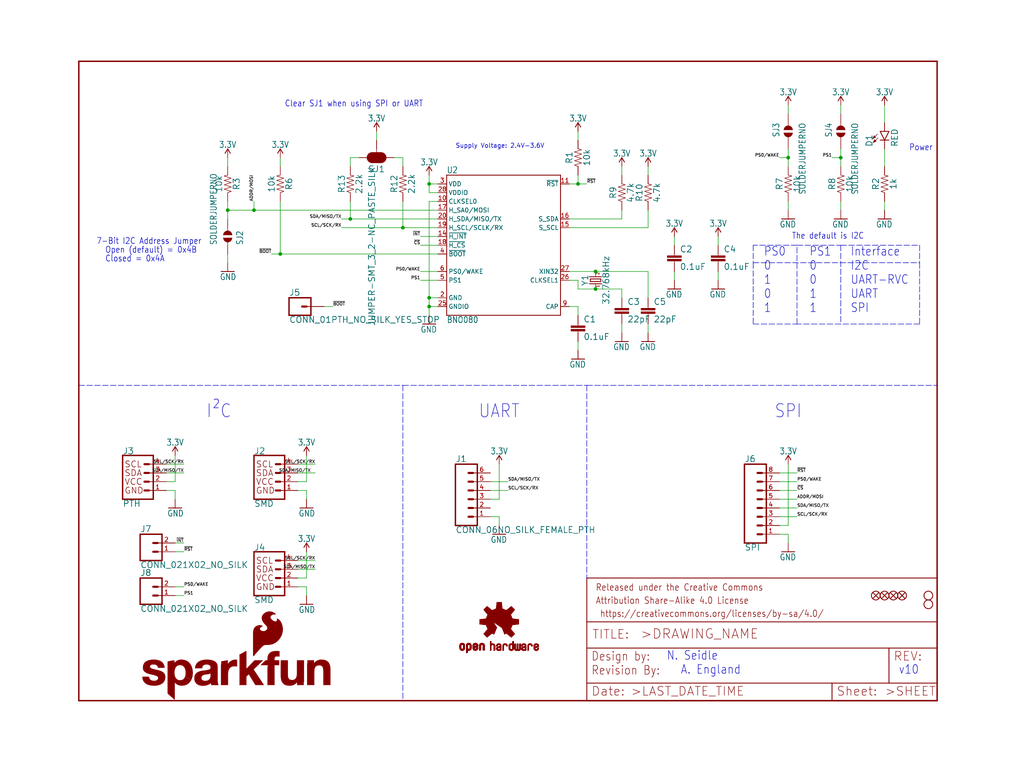
<source format=kicad_sch>
(kicad_sch (version 20211123) (generator eeschema)
  (paper "User" 297.002 223.926)
  (lib_symbols
    (symbol "schematicEagle-eagle-import:0.1UF-0603-25V-(+80{slash}-20%)"
      (property "Reference" "C" (at 1.524 2.921 0))
      (property "Value" "0.1UF-0603-25V-(+80{slash}-20%)" (at 1.524 -2.159 0))
      (symbol "0.1UF-0603-25V-(+80{slash}-20%)_1_0"
        (pin passive line (at 0 5.08 270) (length 2.54) (name "1") (number "1"))
        (pin passive line (at 0 -2.54 90) (length 2.54) (name "2") (number "2"))
      )
    )
    (symbol "schematicEagle-eagle-import:10KOHM-0603-1{slash}10W-1%"
      (property "Reference" "R" (at 0 1.524 0))
      (property "Value" "10KOHM-0603-1{slash}10W-1%" (at 0 -1.524 0))
      (symbol "10KOHM-0603-1{slash}10W-1%_1_0"
        (pin passive line (at -5.08 0 0) (length 2.54) (name "1") (number "1"))
        (pin passive line (at 5.08 0 180) (length 2.54) (name "2") (number "2"))
      )
    )
    (symbol "schematicEagle-eagle-import:1KOHM-0603-1{slash}10W-1%"
      (property "Reference" "R" (at 0 1.524 0))
      (property "Value" "1KOHM-0603-1{slash}10W-1%" (at 0 -1.524 0))
      (symbol "1KOHM-0603-1{slash}10W-1%_1_0"
        (pin passive line (at -5.08 0 0) (length 2.54) (name "1") (number "1"))
        (pin passive line (at 5.08 0 180) (length 2.54) (name "2") (number "2"))
      )
    )
    (symbol "schematicEagle-eagle-import:2.2KOHM-0603-1{slash}10W-1%"
      (property "Reference" "R" (at 0 1.524 0))
      (property "Value" "2.2KOHM-0603-1{slash}10W-1%" (at 0 -1.524 0))
      (symbol "2.2KOHM-0603-1{slash}10W-1%_1_0"
        (pin passive line (at -5.08 0 0) (length 2.54) (name "1") (number "1"))
        (pin passive line (at 5.08 0 180) (length 2.54) (name "2") (number "2"))
      )
    )
    (symbol "schematicEagle-eagle-import:22PF-0603-50V-5%"
      (property "Reference" "C" (at 1.524 2.921 0))
      (property "Value" "22PF-0603-50V-5%" (at 1.524 -2.159 0))
      (symbol "22PF-0603-50V-5%_1_0"
        (pin passive line (at 0 5.08 270) (length 2.54) (name "1") (number "1"))
        (pin passive line (at 0 -2.54 90) (length 2.54) (name "2") (number "2"))
      )
    )
    (symbol "schematicEagle-eagle-import:3.3V" (power)
      (property "Value" "3.3V" (at 0 2.794 0))
      (symbol "3.3V_1_0"
        (pin power_in line (at 0 0 90) (length 2.54) (name "3.3V") (number "1"))
      )
    )
    (symbol "schematicEagle-eagle-import:4.7KOHM-0603-1{slash}10W-1%"
      (property "Reference" "R" (at 0 1.524 0))
      (property "Value" "4.7KOHM-0603-1{slash}10W-1%" (at 0 -1.524 0))
      (symbol "4.7KOHM-0603-1{slash}10W-1%_1_0"
        (pin passive line (at -5.08 0 0) (length 2.54) (name "1") (number "1"))
        (pin passive line (at 5.08 0 180) (length 2.54) (name "2") (number "2"))
      )
    )
    (symbol "schematicEagle-eagle-import:BNO080"
      (property "Reference" "U" (at -17.78 20.828 0))
      (property "Value" "BNO080" (at -17.78 -22.606 0))
      (symbol "BNO080_1_0"
        (pin bidirectional line (at -20.32 12.7 0) (length 2.54) (name "CLKSEL0") (number "10"))
        (pin bidirectional line (at 17.78 17.78 180) (length 2.54) (name "~{RST}") (number "11"))
        (pin bidirectional line (at -20.32 2.54 0) (length 2.54) (name "~{H_INT}") (number "14"))
        (pin bidirectional line (at 17.78 5.08 180) (length 2.54) (name "S_SCL") (number "15"))
        (pin bidirectional line (at 17.78 7.62 180) (length 2.54) (name "S_SDA") (number "16"))
        (pin bidirectional line (at -20.32 10.16 0) (length 2.54) (name "H_SA0/MOSI") (number "17"))
        (pin bidirectional line (at -20.32 0 0) (length 2.54) (name "~{H_CS}") (number "18"))
        (pin bidirectional line (at -20.32 5.08 0) (length 2.54) (name "H_SCL/SCLK/RX") (number "19"))
        (pin bidirectional line (at -20.32 -15.24 0) (length 2.54) (name "GND") (number "2"))
        (pin bidirectional line (at -20.32 7.62 0) (length 2.54) (name "H_SDA/MISO/TX") (number "20"))
        (pin bidirectional line (at -20.32 -17.78 0) (length 2.54) (name "GNDIO") (number "25"))
        (pin bidirectional line (at 17.78 -10.16 180) (length 2.54) (name "CLKSEL1") (number "26"))
        (pin bidirectional line (at 17.78 -7.62 180) (length 2.54) (name "XIN32") (number "27"))
        (pin bidirectional line (at -20.32 15.24 0) (length 2.54) (name "VDDIO") (number "28"))
        (pin bidirectional line (at -20.32 17.78 0) (length 2.54) (name "VDD") (number "3"))
        (pin bidirectional line (at -20.32 -2.54 0) (length 2.54) (name "~{BOOT}") (number "4"))
        (pin bidirectional line (at -20.32 -10.16 0) (length 2.54) (name "PS1") (number "5"))
        (pin bidirectional line (at -20.32 -7.62 0) (length 2.54) (name "PS0/WAKE") (number "6"))
        (pin bidirectional line (at 17.78 -17.78 180) (length 2.54) (name "CAP") (number "9"))
      )
    )
    (symbol "schematicEagle-eagle-import:CONN_01PTH_NO_SILK_YES_STOP"
      (property "Reference" "J" (at -2.54 3.048 0))
      (property "Value" "CONN_01PTH_NO_SILK_YES_STOP" (at -2.54 -4.826 0))
      (symbol "CONN_01PTH_NO_SILK_YES_STOP_1_0"
        (pin passive line (at 7.62 0 180) (length 5.08) (name "1") (number "1"))
      )
    )
    (symbol "schematicEagle-eagle-import:CONN_021X02_NO_SILK"
      (property "Reference" "J" (at -2.54 5.588 0))
      (property "Value" "CONN_021X02_NO_SILK" (at -2.54 -4.826 0))
      (symbol "CONN_021X02_NO_SILK_1_0"
        (pin passive line (at 7.62 0 180) (length 5.08) (name "1") (number "1"))
        (pin passive line (at 7.62 2.54 180) (length 5.08) (name "2") (number "2"))
      )
    )
    (symbol "schematicEagle-eagle-import:CONN_06NO_SILK_FEMALE_PTH"
      (property "Reference" "J" (at -5.08 10.668 0))
      (property "Value" "CONN_06NO_SILK_FEMALE_PTH" (at -5.08 -9.906 0))
      (symbol "CONN_06NO_SILK_FEMALE_PTH_1_0"
        (pin passive line (at 5.08 -5.08 180) (length 5.08) (name "1") (number "1"))
        (pin passive line (at 5.08 -2.54 180) (length 5.08) (name "2") (number "2"))
        (pin passive line (at 5.08 0 180) (length 5.08) (name "3") (number "3"))
        (pin passive line (at 5.08 2.54 180) (length 5.08) (name "4") (number "4"))
        (pin passive line (at 5.08 5.08 180) (length 5.08) (name "5") (number "5"))
        (pin passive line (at 5.08 7.62 180) (length 5.08) (name "6") (number "6"))
      )
    )
    (symbol "schematicEagle-eagle-import:CONN_08NO_SILK_FEMALE_PTH"
      (property "Reference" "J" (at -5.08 13.208 0))
      (property "Value" "CONN_08NO_SILK_FEMALE_PTH" (at -5.08 -12.446 0))
      (symbol "CONN_08NO_SILK_FEMALE_PTH_1_0"
        (pin passive line (at 5.08 -7.62 180) (length 5.08) (name "1") (number "1"))
        (pin passive line (at 5.08 -5.08 180) (length 5.08) (name "2") (number "2"))
        (pin passive line (at 5.08 -2.54 180) (length 5.08) (name "3") (number "3"))
        (pin passive line (at 5.08 0 180) (length 5.08) (name "4") (number "4"))
        (pin passive line (at 5.08 2.54 180) (length 5.08) (name "5") (number "5"))
        (pin passive line (at 5.08 5.08 180) (length 5.08) (name "6") (number "6"))
        (pin passive line (at 5.08 7.62 180) (length 5.08) (name "7") (number "7"))
        (pin passive line (at 5.08 10.16 180) (length 5.08) (name "8") (number "8"))
      )
    )
    (symbol "schematicEagle-eagle-import:CRYSTAL-32.768KHZSMD-3.2X1.5"
      (property "Reference" "Y" (at 0 2.032 0))
      (property "Value" "CRYSTAL-32.768KHZSMD-3.2X1.5" (at 0 -2.032 0))
      (symbol "CRYSTAL-32.768KHZSMD-3.2X1.5_1_0"
        (text "1" (at -2.159 -1.143 0) (effects (font (size 0.8636 0.734)) (justify left bottom)))
        (text "2" (at 1.524 -1.143 0) (effects (font (size 0.8636 0.734)) (justify left bottom)))
        (pin passive line (at -2.54 0 0) (length 0) (name "1") (number "P$1"))
        (pin passive line (at 2.54 0 180) (length 0) (name "2") (number "P$2"))
      )
    )
    (symbol "schematicEagle-eagle-import:FIDUCIALUFIDUCIAL")
    (symbol "schematicEagle-eagle-import:FRAME-LETTER"
      (symbol "FRAME-LETTER_2_0"
        (text " https://creativecommons.org/licenses/by-sa/4.0/" (at 2.54 24.13 0) (effects (font (size 1.9304 1.6408)) (justify left bottom)))
        (text ">DRAWING_NAME" (at 15.494 17.78 0) (effects (font (size 2.7432 2.7432)) (justify left bottom)))
        (text ">LAST_DATE_TIME" (at 12.7 1.27 0) (effects (font (size 2.54 2.54)) (justify left bottom)))
        (text ">SHEET" (at 86.36 1.27 0) (effects (font (size 2.54 2.54)) (justify left bottom)))
        (text "Attribution Share-Alike 4.0 License" (at 2.54 27.94 0) (effects (font (size 1.9304 1.6408)) (justify left bottom)))
        (text "Date:" (at 1.27 1.27 0) (effects (font (size 2.54 2.54)) (justify left bottom)))
        (text "Design by:" (at 1.27 11.43 0) (effects (font (size 2.54 2.159)) (justify left bottom)))
        (text "Released under the Creative Commons" (at 2.54 31.75 0) (effects (font (size 1.9304 1.6408)) (justify left bottom)))
        (text "REV:" (at 88.9 11.43 0) (effects (font (size 2.54 2.54)) (justify left bottom)))
        (text "Sheet:" (at 72.39 1.27 0) (effects (font (size 2.54 2.54)) (justify left bottom)))
        (text "TITLE:" (at 1.524 17.78 0) (effects (font (size 2.54 2.54)) (justify left bottom)))
      )
    )
    (symbol "schematicEagle-eagle-import:GND" (power)
      (property "Value" "GND" (at -2.54 -2.54 0))
      (symbol "GND_1_0"
        (pin power_in line (at 0 2.54 270) (length 2.54) (name "GND") (number "1"))
      )
    )
    (symbol "schematicEagle-eagle-import:I2C_STANDARDJS-1MM"
      (property "Reference" "J" (at -5.08 7.874 0))
      (property "Value" "I2C_STANDARDJS-1MM" (at -5.08 -5.334 0))
      (symbol "I2C_STANDARDJS-1MM_1_0"
        (text "GND" (at -4.572 -2.54 0) (effects (font (size 1.778 1.778)) (justify left)))
        (text "SCL" (at -4.572 5.08 0) (effects (font (size 1.778 1.778)) (justify left)))
        (text "SDA" (at -4.572 2.54 0) (effects (font (size 1.778 1.778)) (justify left)))
        (text "VCC" (at -4.572 0 0) (effects (font (size 1.778 1.778)) (justify left)))
        (pin power_in line (at 7.62 -2.54 180) (length 5.08) (name "GND") (number "1"))
        (pin power_in line (at 7.62 0 180) (length 5.08) (name "VCC") (number "2"))
        (pin passive line (at 7.62 2.54 180) (length 5.08) (name "SDA") (number "3"))
        (pin passive line (at 7.62 5.08 180) (length 5.08) (name "SCL") (number "4"))
      )
    )
    (symbol "schematicEagle-eagle-import:I2C_STANDARD_NO_SILK"
      (property "Reference" "J" (at -5.08 7.874 0))
      (property "Value" "I2C_STANDARD_NO_SILK" (at -5.08 -5.334 0))
      (symbol "I2C_STANDARD_NO_SILK_1_0"
        (text "GND" (at -4.572 -2.54 0) (effects (font (size 1.778 1.778)) (justify left)))
        (text "SCL" (at -4.572 5.08 0) (effects (font (size 1.778 1.778)) (justify left)))
        (text "SDA" (at -4.572 2.54 0) (effects (font (size 1.778 1.778)) (justify left)))
        (text "VCC" (at -4.572 0 0) (effects (font (size 1.778 1.778)) (justify left)))
        (pin power_in line (at 7.62 -2.54 180) (length 5.08) (name "GND") (number "1"))
        (pin power_in line (at 7.62 0 180) (length 5.08) (name "VCC") (number "2"))
        (pin passive line (at 7.62 2.54 180) (length 5.08) (name "SDA") (number "3"))
        (pin passive line (at 7.62 5.08 180) (length 5.08) (name "SCL") (number "4"))
      )
    )
    (symbol "schematicEagle-eagle-import:JUMPER-SMT_3_2-NC_PASTE_SILK"
      (property "Reference" "JP" (at 2.54 0.381 0))
      (property "Value" "JUMPER-SMT_3_2-NC_PASTE_SILK" (at 2.54 -0.381 0))
      (symbol "JUMPER-SMT_3_2-NC_PASTE_SILK_1_0"
        (pin passive line (at 0 5.08 270) (length 2.54) (name "1") (number "1"))
        (pin passive line (at -5.08 0 0) (length 2.54) (name "2") (number "2"))
        (pin passive line (at 0 -5.08 90) (length 2.54) (name "3") (number "3"))
      )
    )
    (symbol "schematicEagle-eagle-import:LED-RED0603"
      (property "Reference" "D" (at -3.429 -4.572 90))
      (property "Value" "LED-RED0603" (at 1.905 -4.572 90))
      (symbol "LED-RED0603_1_0"
        (pin passive line (at 0 2.54 270) (length 2.54) (name "A") (number "A"))
        (pin passive line (at 0 -5.08 90) (length 2.54) (name "C") (number "C"))
      )
    )
    (symbol "schematicEagle-eagle-import:OSHW-LOGOMINI")
    (symbol "schematicEagle-eagle-import:REVISION"
      (symbol "REVISION_1_0"
        (text "Revision By: " (at 0 0 0) (effects (font (size 2.54 2.159)) (justify left bottom)))
      )
    )
    (symbol "schematicEagle-eagle-import:SFE_LOGO_FLAME.1_INCH")
    (symbol "schematicEagle-eagle-import:SFE_LOGO_NAME_FLAME.1_INCH")
    (symbol "schematicEagle-eagle-import:SOLDERJUMPERNO"
      (property "Reference" "SJ" (at -2.54 2.54 0))
      (property "Value" "SOLDERJUMPERNO" (at -2.54 -5.08 0))
      (symbol "SOLDERJUMPERNO_1_0"
        (pin passive line (at -5.08 0 0) (length 2.54) (name "1") (number "1"))
        (pin passive line (at 5.08 0 180) (length 2.54) (name "2") (number "2"))
      )
    )
    (symbol "schematicEagle-eagle-import:STAND-OFF")
  )
  (junction (at 167.64 53.34))
  (junction (at 172.72 78.74))
  (junction (at 228.6 45.72))
  (junction (at 124.46 88.9))
  (junction (at 172.72 83.82))
  (junction (at 66.04 60.96))
  (junction (at 124.46 53.34))
  (junction (at 81.28 73.66))
  (junction (at 101.6 63.5))
  (junction (at 124.46 86.36))
  (junction (at 243.84 45.72))
  (junction (at 73.66 60.96))
  (junction (at 116.84 66.04))
  (wire (pts (xy 165.1 88.9) (xy 167.64 88.9)))
  (polyline (pts (xy 231.14 71.12) (xy 243.84 71.12)))
  (wire (pts (xy 241.3 45.72) (xy 243.84 45.72)))
  (wire (pts (xy 243.84 58.42) (xy 243.84 60.96)))
  (wire (pts (xy 101.6 58.42) (xy 101.6 63.5)))
  (wire (pts (xy 86.36 162.56) (xy 91.44 162.56)))
  (wire (pts (xy 142.24 139.7) (xy 147.32 139.7)))
  (wire (pts (xy 167.64 88.9) (xy 167.64 91.44)))
  (wire (pts (xy 127 66.04) (xy 116.84 66.04)))
  (wire (pts (xy 73.66 58.42) (xy 73.66 60.96)))
  (wire (pts (xy 165.1 63.5) (xy 180.34 63.5)))
  (wire (pts (xy 50.8 139.7) (xy 50.8 132.08)))
  (wire (pts (xy 124.46 55.88) (xy 124.46 53.34)))
  (wire (pts (xy 208.28 78.74) (xy 208.28 81.28)))
  (wire (pts (xy 66.04 76.2) (xy 66.04 73.66)))
  (wire (pts (xy 226.06 154.94) (xy 228.6 154.94)))
  (wire (pts (xy 228.6 45.72) (xy 228.6 48.26)))
  (wire (pts (xy 144.78 149.86) (xy 144.78 152.4)))
  (wire (pts (xy 226.06 147.32) (xy 231.14 147.32)))
  (polyline (pts (xy 266.7 71.12) (xy 266.7 76.2)))
  (wire (pts (xy 101.6 63.5) (xy 99.06 63.5)))
  (wire (pts (xy 124.46 53.34) (xy 124.46 50.8)))
  (wire (pts (xy 73.66 60.96) (xy 66.04 60.96)))
  (wire (pts (xy 228.6 45.72) (xy 228.6 43.18)))
  (wire (pts (xy 86.36 137.16) (xy 91.44 137.16)))
  (polyline (pts (xy 218.44 76.2) (xy 266.7 76.2)))
  (wire (pts (xy 208.28 71.12) (xy 208.28 68.58)))
  (wire (pts (xy 127 86.36) (xy 124.46 86.36)))
  (wire (pts (xy 243.84 45.72) (xy 243.84 48.26)))
  (polyline (pts (xy 170.18 111.76) (xy 170.18 167.64)))
  (wire (pts (xy 228.6 154.94) (xy 228.6 157.48)))
  (polyline (pts (xy 170.18 111.76) (xy 271.78 111.76)))
  (wire (pts (xy 127 78.74) (xy 121.92 78.74)))
  (wire (pts (xy 167.64 38.1) (xy 167.64 40.64)))
  (wire (pts (xy 48.26 142.24) (xy 50.8 142.24)))
  (wire (pts (xy 243.84 43.18) (xy 243.84 45.72)))
  (wire (pts (xy 50.8 172.72) (xy 53.34 172.72)))
  (wire (pts (xy 187.96 66.04) (xy 187.96 60.96)))
  (wire (pts (xy 124.46 86.36) (xy 124.46 88.9)))
  (wire (pts (xy 228.6 30.48) (xy 228.6 33.02)))
  (wire (pts (xy 165.1 81.28) (xy 167.64 81.28)))
  (wire (pts (xy 127 55.88) (xy 124.46 55.88)))
  (wire (pts (xy 226.06 45.72) (xy 228.6 45.72)))
  (polyline (pts (xy 22.86 111.76) (xy 116.84 111.76)))
  (wire (pts (xy 256.54 60.96) (xy 256.54 58.42)))
  (wire (pts (xy 167.64 53.34) (xy 170.18 53.34)))
  (wire (pts (xy 165.1 53.34) (xy 167.64 53.34)))
  (wire (pts (xy 88.9 167.64) (xy 88.9 160.02)))
  (wire (pts (xy 187.96 96.52) (xy 187.96 93.98)))
  (wire (pts (xy 142.24 142.24) (xy 147.32 142.24)))
  (wire (pts (xy 226.06 139.7) (xy 231.14 139.7)))
  (wire (pts (xy 66.04 45.72) (xy 66.04 48.26)))
  (wire (pts (xy 187.96 78.74) (xy 187.96 86.36)))
  (wire (pts (xy 180.34 63.5) (xy 180.34 60.96)))
  (polyline (pts (xy 243.84 93.98) (xy 231.14 93.98)))
  (wire (pts (xy 195.58 78.74) (xy 195.58 81.28)))
  (wire (pts (xy 66.04 60.96) (xy 66.04 58.42)))
  (wire (pts (xy 226.06 149.86) (xy 231.14 149.86)))
  (wire (pts (xy 172.72 83.82) (xy 180.34 83.82)))
  (polyline (pts (xy 231.14 71.12) (xy 218.44 71.12)))
  (wire (pts (xy 86.36 139.7) (xy 88.9 139.7)))
  (wire (pts (xy 167.64 81.28) (xy 167.64 83.82)))
  (wire (pts (xy 195.58 71.12) (xy 195.58 68.58)))
  (wire (pts (xy 180.34 93.98) (xy 180.34 96.52)))
  (wire (pts (xy 86.36 167.64) (xy 88.9 167.64)))
  (wire (pts (xy 167.64 101.6) (xy 167.64 99.06)))
  (wire (pts (xy 127 71.12) (xy 121.92 71.12)))
  (wire (pts (xy 81.28 73.66) (xy 78.74 73.66)))
  (wire (pts (xy 86.36 134.62) (xy 91.44 134.62)))
  (wire (pts (xy 96.52 88.9) (xy 93.98 88.9)))
  (wire (pts (xy 88.9 142.24) (xy 88.9 144.78)))
  (wire (pts (xy 124.46 88.9) (xy 124.46 91.44)))
  (wire (pts (xy 127 53.34) (xy 124.46 53.34)))
  (wire (pts (xy 101.6 45.72) (xy 101.6 48.26)))
  (wire (pts (xy 109.22 40.64) (xy 109.22 38.1)))
  (polyline (pts (xy 243.84 71.12) (xy 243.84 93.98)))
  (wire (pts (xy 48.26 139.7) (xy 50.8 139.7)))
  (polyline (pts (xy 218.44 93.98) (xy 231.14 93.98)))
  (wire (pts (xy 127 68.58) (xy 121.92 68.58)))
  (wire (pts (xy 50.8 157.48) (xy 53.34 157.48)))
  (wire (pts (xy 127 81.28) (xy 121.92 81.28)))
  (wire (pts (xy 167.64 83.82) (xy 172.72 83.82)))
  (wire (pts (xy 187.96 48.26) (xy 187.96 50.8)))
  (wire (pts (xy 50.8 170.18) (xy 53.34 170.18)))
  (wire (pts (xy 226.06 144.78) (xy 231.14 144.78)))
  (wire (pts (xy 165.1 78.74) (xy 172.72 78.74)))
  (wire (pts (xy 243.84 30.48) (xy 243.84 33.02)))
  (wire (pts (xy 167.64 50.8) (xy 167.64 53.34)))
  (wire (pts (xy 142.24 144.78) (xy 144.78 144.78)))
  (polyline (pts (xy 116.84 111.76) (xy 170.18 111.76)))
  (wire (pts (xy 127 58.42) (xy 124.46 58.42)))
  (polyline (pts (xy 218.44 76.2) (xy 218.44 93.98)))
  (wire (pts (xy 66.04 63.5) (xy 66.04 60.96)))
  (wire (pts (xy 127 60.96) (xy 73.66 60.96)))
  (wire (pts (xy 124.46 58.42) (xy 124.46 86.36)))
  (wire (pts (xy 256.54 48.26) (xy 256.54 43.18)))
  (wire (pts (xy 172.72 78.74) (xy 187.96 78.74)))
  (wire (pts (xy 81.28 45.72) (xy 81.28 48.26)))
  (wire (pts (xy 142.24 149.86) (xy 144.78 149.86)))
  (wire (pts (xy 48.26 134.62) (xy 53.34 134.62)))
  (wire (pts (xy 180.34 48.26) (xy 180.34 50.8)))
  (wire (pts (xy 50.8 142.24) (xy 50.8 144.78)))
  (wire (pts (xy 256.54 30.48) (xy 256.54 35.56)))
  (polyline (pts (xy 218.44 71.12) (xy 218.44 76.2)))
  (wire (pts (xy 180.34 83.82) (xy 180.34 86.36)))
  (polyline (pts (xy 231.14 93.98) (xy 231.14 71.12)))
  (wire (pts (xy 165.1 66.04) (xy 187.96 66.04)))
  (wire (pts (xy 144.78 144.78) (xy 144.78 134.62)))
  (wire (pts (xy 86.36 142.24) (xy 88.9 142.24)))
  (wire (pts (xy 86.36 170.18) (xy 88.9 170.18)))
  (wire (pts (xy 88.9 139.7) (xy 88.9 132.08)))
  (wire (pts (xy 114.3 45.72) (xy 116.84 45.72)))
  (wire (pts (xy 127 63.5) (xy 101.6 63.5)))
  (polyline (pts (xy 116.84 111.76) (xy 116.84 203.2)))
  (wire (pts (xy 88.9 170.18) (xy 88.9 172.72)))
  (wire (pts (xy 86.36 165.1) (xy 91.44 165.1)))
  (wire (pts (xy 81.28 73.66) (xy 81.28 58.42)))
  (wire (pts (xy 48.26 137.16) (xy 53.34 137.16)))
  (wire (pts (xy 226.06 137.16) (xy 231.14 137.16)))
  (wire (pts (xy 104.14 45.72) (xy 101.6 45.72)))
  (wire (pts (xy 116.84 45.72) (xy 116.84 48.26)))
  (polyline (pts (xy 266.7 93.98) (xy 243.84 93.98)))
  (wire (pts (xy 226.06 142.24) (xy 231.14 142.24)))
  (wire (pts (xy 228.6 152.4) (xy 228.6 134.62)))
  (polyline (pts (xy 266.7 76.2) (xy 266.7 93.98)))
  (wire (pts (xy 116.84 58.42) (xy 116.84 66.04)))
  (wire (pts (xy 50.8 160.02) (xy 53.34 160.02)))
  (wire (pts (xy 116.84 66.04) (xy 99.06 66.04)))
  (wire (pts (xy 228.6 58.42) (xy 228.6 60.96)))
  (wire (pts (xy 127 73.66) (xy 81.28 73.66)))
  (polyline (pts (xy 243.84 71.12) (xy 266.7 71.12)))
  (wire (pts (xy 127 88.9) (xy 124.46 88.9)))
  (wire (pts (xy 226.06 152.4) (xy 228.6 152.4)))
  (text "I C" (at 63.5 119.38 180) (effects (font (size 3.81 3.2385))))
  (text "PS0\n0\n1\n0\n1" (at 221.488 90.932 180) (effects (font (size 2.54 2.159)) (justify left bottom)))
  (text "UART" (at 144.78 119.38 180) (effects (font (size 3.81 3.2385))))
  (text "v10" (at 260.604 195.834 180) (effects (font (size 2.54 2.159)) (justify left bottom)))
  (text "SPI" (at 228.6 119.38 180) (effects (font (size 3.81 3.2385))))
  (text "Power" (at 263.652 43.942 180) (effects (font (size 1.778 1.5113)) (justify left bottom)))
  (text "A. England" (at 197.358 195.834 180) (effects (font (size 2.54 2.159)) (justify left bottom)))
  (text "Clear SJ1 when using SPI or UART" (at 82.55 31.242 180) (effects (font (size 1.778 1.5113)) (justify left bottom)))
  (text "N. Seidle" (at 193.294 191.77 180) (effects (font (size 2.54 2.159)) (justify left bottom)))
  (text "7-Bit I2C Address Jumper" (at 27.94 71.12 180) (effects (font (size 1.778 1.5113)) (justify left bottom)))
  (text "2" (at 62.738 117.348 180) (effects (font (size 2.54 2.159))))
  (text "The default is I2C" (at 229.616 69.596 180) (effects (font (size 1.778 1.5113)) (justify left bottom)))
  (text "PS1\n0\n0\n1\n1" (at 234.696 90.932 180) (effects (font (size 2.54 2.159)) (justify left bottom)))
  (text "Interface\nI2C\nUART-RVC\nUART\nSPI" (at 246.634 90.932 180) (effects (font (size 2.54 2.159)) (justify left bottom)))
  (text "Closed = 0x4A" (at 30.48 76.2 180) (effects (font (size 1.778 1.5113)) (justify left bottom)))
  (text "Open (default) = 0x4B" (at 30.48 73.66 180) (effects (font (size 1.778 1.5113)) (justify left bottom)))
  (text "Supply Voltage: 2.4V-3.6V" (at 132.08 43.18 180) (effects (font (size 1.27 1.27)) (justify left bottom)))
  (label "PS0/WAKE" (at 231.14 139.7 0) (effects (font (size 0.889 0.889))))
  (label "~{CS}" (at 121.92 71.12 180) (effects (font (size 0.889 0.889))))
  (label "SDA/MISO/TX" (at 53.34 137.16 180) (effects (font (size 0.889 0.889))))
  (label "PS0/WAKE" (at 121.92 78.74 180) (effects (font (size 0.889 0.889))))
  (label "SCL/SCK/RX" (at 231.14 149.86 0) (effects (font (size 0.889 0.889))))
  (label "PS1" (at 241.3 45.72 180) (effects (font (size 0.889 0.889))))
  (label "~{BOOT}" (at 96.52 88.9 0) (effects (font (size 0.889 0.889))))
  (label "~{CS}" (at 231.14 142.24 0) (effects (font (size 0.889 0.889))))
  (label "SCL/SCK/RX" (at 91.44 134.62 180) (effects (font (size 0.889 0.889))))
  (label "SDA/MISO/TX" (at 147.32 139.7 0) (effects (font (size 0.889 0.889))))
  (label "ADDR/MOSI" (at 73.66 58.42 90) (effects (font (size 0.889 0.889))))
  (label "SCL/SCK/RX" (at 99.06 66.04 180) (effects (font (size 0.889 0.889))))
  (label "SCL/SCK/RX" (at 91.44 162.56 180) (effects (font (size 0.889 0.889))))
  (label "SDA/MISO/TX" (at 90.17 137.16 180) (effects (font (size 0.889 0.889))))
  (label "SDA/MISO/TX" (at 99.06 63.5 180) (effects (font (size 0.889 0.889))))
  (label "~{BOOT}" (at 78.74 73.66 180) (effects (font (size 0.889 0.889))))
  (label "~{RST}" (at 170.18 53.34 0) (effects (font (size 0.889 0.889))))
  (label "~{RST}" (at 231.14 137.16 0) (effects (font (size 0.889 0.889))))
  (label "PS0/WAKE" (at 53.34 170.18 0) (effects (font (size 0.889 0.889))))
  (label "ADDR/MOSI" (at 231.14 144.78 0) (effects (font (size 0.889 0.889))))
  (label "~{INT}" (at 121.92 68.58 180) (effects (font (size 0.889 0.889))))
  (label "SDA/MISO/TX" (at 91.44 165.1 180) (effects (font (size 0.889 0.889))))
  (label "PS0/WAKE" (at 226.06 45.72 180) (effects (font (size 0.889 0.889))))
  (label "SCL/SCK/RX" (at 147.32 142.24 0) (effects (font (size 0.889 0.889))))
  (label "SDA/MISO/TX" (at 231.14 147.32 0) (effects (font (size 0.889 0.889))))
  (label "PS1" (at 53.34 172.72 0) (effects (font (size 0.889 0.889))))
  (label "PS1" (at 121.92 81.28 180) (effects (font (size 0.889 0.889))))
  (label "~{INT}" (at 53.34 157.48 180) (effects (font (size 0.889 0.889))))
  (label "SCL/SCK/RX" (at 53.34 134.62 180) (effects (font (size 0.889 0.889))))
  (label "~{RST}" (at 53.34 160.02 0) (effects (font (size 0.889 0.889))))
  (symbol (lib_id "schematicEagle-eagle-import:FIDUCIALUFIDUCIAL") (at 261.62 172.72 0) (unit 1)
    (property "Reference" "JP5" (effects hide))
    (property "Value" "FIDUCIALUFIDUCIAL" (effects hide))
    (property "Footprint" "schematicEagle:MICRO-FIDUCIAL" (effects hide))
  )
  (symbol (lib_id "schematicEagle-eagle-import:3.3V") (at 208.28 68.58 0) (unit 1)
    (property "Reference" "#SUPPLY5" (effects hide))
    (property "Value" "3.3V" (at 208.28 65.786 0) (effects (font (size 1.778 1.5113)) (justify bottom)))
    (property "Footprint" "schematicEagle:" (effects hide))
  )
  (symbol (lib_id "schematicEagle-eagle-import:GND") (at 66.04 78.74 0) (mirror y) (unit 1)
    (property "Reference" "#GND10" (effects hide))
    (property "Value" "GND" (at 68.58 81.28 0) (effects (font (size 1.778 1.5113)) (justify left bottom)))
    (property "Footprint" "schematicEagle:" (effects hide))
  )
  (symbol (lib_id "schematicEagle-eagle-import:3.3V") (at 228.6 30.48 0) (unit 1)
    (property "Reference" "#SUPPLY12" (effects hide))
    (property "Value" "3.3V" (at 228.6 27.686 0) (effects (font (size 1.778 1.5113)) (justify bottom)))
    (property "Footprint" "schematicEagle:" (effects hide))
  )
  (symbol (lib_id "schematicEagle-eagle-import:GND") (at 88.9 147.32 0) (mirror y) (unit 1)
    (property "Reference" "#GND6" (effects hide))
    (property "Value" "GND" (at 91.44 149.86 0) (effects (font (size 1.778 1.5113)) (justify left bottom)))
    (property "Footprint" "schematicEagle:" (effects hide))
  )
  (symbol (lib_id "schematicEagle-eagle-import:CONN_06NO_SILK_FEMALE_PTH") (at 137.16 144.78 0) (unit 1)
    (property "Reference" "J1" (at 132.08 134.112 0) (effects (font (size 1.778 1.778)) (justify left bottom)))
    (property "Value" "CONN_06NO_SILK_FEMALE_PTH" (at 132.08 154.686 0) (effects (font (size 1.778 1.778)) (justify left bottom)))
    (property "Footprint" "schematicEagle:1X06_NO_SILK" (effects hide))
  )
  (symbol (lib_id "schematicEagle-eagle-import:10KOHM-0603-1{slash}10W-1%") (at 243.84 53.34 90) (unit 1)
    (property "Reference" "R8" (at 242.316 53.34 0) (effects (font (size 1.778 1.778)) (justify bottom)))
    (property "Value" "10k" (at 245.364 53.34 0) (effects (font (size 1.778 1.778)) (justify top)))
    (property "Footprint" "schematicEagle:0603" (effects hide))
  )
  (symbol (lib_id "schematicEagle-eagle-import:3.3V") (at 187.96 48.26 0) (unit 1)
    (property "Reference" "#SUPPLY15" (effects hide))
    (property "Value" "3.3V" (at 187.96 45.466 0) (effects (font (size 1.778 1.5113)) (justify bottom)))
    (property "Footprint" "schematicEagle:" (effects hide))
  )
  (symbol (lib_id "schematicEagle-eagle-import:GND") (at 195.58 83.82 0) (unit 1)
    (property "Reference" "#GND13" (effects hide))
    (property "Value" "GND" (at 193.04 86.36 0) (effects (font (size 1.778 1.5113)) (justify left bottom)))
    (property "Footprint" "schematicEagle:" (effects hide))
  )
  (symbol (lib_id "schematicEagle-eagle-import:2.2KOHM-0603-1{slash}10W-1%") (at 101.6 53.34 90) (unit 1)
    (property "Reference" "R13" (at 100.076 53.34 0) (effects (font (size 1.778 1.778)) (justify bottom)))
    (property "Value" "2.2k" (at 103.124 53.34 0) (effects (font (size 1.778 1.778)) (justify top)))
    (property "Footprint" "schematicEagle:0603" (effects hide))
  )
  (symbol (lib_id "schematicEagle-eagle-import:I2C_STANDARD_NO_SILK") (at 40.64 139.7 0) (unit 1)
    (property "Reference" "J3" (at 35.56 131.826 0) (effects (font (size 1.778 1.778)) (justify left bottom)))
    (property "Value" "PTH" (at 35.56 145.034 0) (effects (font (size 1.778 1.778)) (justify left top)))
    (property "Footprint" "schematicEagle:1X04_NO_SILK" (effects hide))
  )
  (symbol (lib_id "schematicEagle-eagle-import:3.3V") (at 88.9 132.08 0) (mirror y) (unit 1)
    (property "Reference" "#SUPPLY4" (effects hide))
    (property "Value" "3.3V" (at 88.9 129.286 0) (effects (font (size 1.778 1.5113)) (justify bottom)))
    (property "Footprint" "schematicEagle:" (effects hide))
  )
  (symbol (lib_id "schematicEagle-eagle-import:SOLDERJUMPERNO") (at 228.6 38.1 90) (mirror x) (unit 1)
    (property "Reference" "SJ3" (at 226.06 35.56 0) (effects (font (size 1.778 1.5113)) (justify left bottom)))
    (property "Value" "SOLDERJUMPERNO" (at 233.68 35.56 0) (effects (font (size 1.778 1.5113)) (justify left bottom)))
    (property "Footprint" "schematicEagle:SJ_2S-NO" (effects hide))
  )
  (symbol (lib_id "schematicEagle-eagle-import:3.3V") (at 81.28 45.72 0) (mirror y) (unit 1)
    (property "Reference" "#SUPPLY11" (effects hide))
    (property "Value" "3.3V" (at 81.28 42.926 0) (effects (font (size 1.778 1.5113)) (justify bottom)))
    (property "Footprint" "schematicEagle:" (effects hide))
  )
  (symbol (lib_id "schematicEagle-eagle-import:GND") (at 187.96 99.06 0) (unit 1)
    (property "Reference" "#GND14" (effects hide))
    (property "Value" "GND" (at 185.42 101.6 0) (effects (font (size 1.778 1.5113)) (justify left bottom)))
    (property "Footprint" "schematicEagle:" (effects hide))
  )
  (symbol (lib_id "schematicEagle-eagle-import:3.3V") (at 66.04 45.72 0) (mirror y) (unit 1)
    (property "Reference" "#SUPPLY10" (effects hide))
    (property "Value" "3.3V" (at 66.04 42.926 0) (effects (font (size 1.778 1.5113)) (justify bottom)))
    (property "Footprint" "schematicEagle:" (effects hide))
  )
  (symbol (lib_id "schematicEagle-eagle-import:GND") (at 167.64 104.14 0) (unit 1)
    (property "Reference" "#GND3" (effects hide))
    (property "Value" "GND" (at 165.1 106.68 0) (effects (font (size 1.778 1.5113)) (justify left bottom)))
    (property "Footprint" "schematicEagle:" (effects hide))
  )
  (symbol (lib_id "schematicEagle-eagle-import:3.3V") (at 109.22 38.1 0) (unit 1)
    (property "Reference" "#SUPPLY17" (effects hide))
    (property "Value" "3.3V" (at 109.22 35.306 0) (effects (font (size 1.778 1.5113)) (justify bottom)))
    (property "Footprint" "schematicEagle:" (effects hide))
  )
  (symbol (lib_id "schematicEagle-eagle-import:GND") (at 180.34 99.06 0) (unit 1)
    (property "Reference" "#GND9" (effects hide))
    (property "Value" "GND" (at 177.8 101.6 0) (effects (font (size 1.778 1.5113)) (justify left bottom)))
    (property "Footprint" "schematicEagle:" (effects hide))
  )
  (symbol (lib_id "schematicEagle-eagle-import:CRYSTAL-32.768KHZSMD-3.2X1.5") (at 172.72 81.28 90) (unit 1)
    (property "Reference" "Y1" (at 170.688 81.28 0) (effects (font (size 1.778 1.778)) (justify bottom)))
    (property "Value" "32.768kHz" (at 174.752 81.28 0) (effects (font (size 1.778 1.778)) (justify top)))
    (property "Footprint" "schematicEagle:CRYSTAL-SMD-3.2X1.5MM" (effects hide))
  )
  (symbol (lib_id "schematicEagle-eagle-import:GND") (at 50.8 147.32 0) (mirror y) (unit 1)
    (property "Reference" "#GND7" (effects hide))
    (property "Value" "GND" (at 53.34 149.86 0) (effects (font (size 1.778 1.5113)) (justify left bottom)))
    (property "Footprint" "schematicEagle:" (effects hide))
  )
  (symbol (lib_id "schematicEagle-eagle-import:4.7KOHM-0603-1{slash}10W-1%") (at 180.34 55.88 90) (unit 1)
    (property "Reference" "R9" (at 178.816 55.88 0) (effects (font (size 1.778 1.778)) (justify bottom)))
    (property "Value" "4.7k" (at 181.864 55.88 0) (effects (font (size 1.778 1.778)) (justify top)))
    (property "Footprint" "schematicEagle:0603" (effects hide))
  )
  (symbol (lib_id "schematicEagle-eagle-import:3.3V") (at 195.58 68.58 0) (unit 1)
    (property "Reference" "#SUPPLY16" (effects hide))
    (property "Value" "3.3V" (at 195.58 65.786 0) (effects (font (size 1.778 1.5113)) (justify bottom)))
    (property "Footprint" "schematicEagle:" (effects hide))
  )
  (symbol (lib_id "schematicEagle-eagle-import:SOLDERJUMPERNO") (at 66.04 68.58 270) (mirror x) (unit 1)
    (property "Reference" "SJ2" (at 68.58 71.12 0) (effects (font (size 1.778 1.5113)) (justify left bottom)))
    (property "Value" "SOLDERJUMPERNO" (at 60.96 71.12 0) (effects (font (size 1.778 1.5113)) (justify left bottom)))
    (property "Footprint" "schematicEagle:SJ_2S-NO" (effects hide))
  )
  (symbol (lib_id "schematicEagle-eagle-import:FRAME-LETTER") (at 22.86 203.2 0) (unit 1)
    (property "Reference" "FRAME1" (effects hide))
    (property "Value" "FRAME-LETTER" (effects hide))
    (property "Footprint" "schematicEagle:CREATIVE_COMMONS" (effects hide))
  )
  (symbol (lib_id "schematicEagle-eagle-import:3.3V") (at 144.78 134.62 0) (unit 1)
    (property "Reference" "#SUPPLY1" (effects hide))
    (property "Value" "3.3V" (at 144.78 131.826 0) (effects (font (size 1.778 1.5113)) (justify bottom)))
    (property "Footprint" "schematicEagle:" (effects hide))
  )
  (symbol (lib_id "schematicEagle-eagle-import:FIDUCIALUFIDUCIAL") (at 254 172.72 0) (unit 1)
    (property "Reference" "JP2" (effects hide))
    (property "Value" "FIDUCIALUFIDUCIAL" (effects hide))
    (property "Footprint" "schematicEagle:MICRO-FIDUCIAL" (effects hide))
  )
  (symbol (lib_id "schematicEagle-eagle-import:3.3V") (at 124.46 50.8 0) (unit 1)
    (property "Reference" "#SUPPLY9" (effects hide))
    (property "Value" "3.3V" (at 124.46 48.006 0) (effects (font (size 1.778 1.5113)) (justify bottom)))
    (property "Footprint" "schematicEagle:" (effects hide))
  )
  (symbol (lib_id "schematicEagle-eagle-import:0.1UF-0603-25V-(+80{slash}-20%)") (at 195.58 76.2 0) (unit 1)
    (property "Reference" "C2" (at 197.104 73.279 0) (effects (font (size 1.778 1.778)) (justify left bottom)))
    (property "Value" "0.1uF" (at 197.104 78.359 0) (effects (font (size 1.778 1.778)) (justify left bottom)))
    (property "Footprint" "schematicEagle:0603" (effects hide))
  )
  (symbol (lib_id "schematicEagle-eagle-import:OSHW-LOGOMINI") (at 144.78 180.34 0) (unit 1)
    (property "Reference" "LOGO1" (effects hide))
    (property "Value" "OSHW-LOGOMINI" (effects hide))
    (property "Footprint" "schematicEagle:OSHW-LOGO-MINI" (effects hide))
  )
  (symbol (lib_id "schematicEagle-eagle-import:JUMPER-SMT_3_2-NC_PASTE_SILK") (at 109.22 45.72 270) (unit 1)
    (property "Reference" "SJ1" (at 106.68 50.038 90) (effects (font (size 1.778 1.778)) (justify left bottom)))
    (property "Value" "JUMPER-SMT_3_2-NC_PASTE_SILK" (at 108.839 48.26 0) (effects (font (size 1.778 1.778)) (justify left top)))
    (property "Footprint" "schematicEagle:SMT-JUMPER_3_2-NC_PASTE_SILK" (effects hide))
  )
  (symbol (lib_id "schematicEagle-eagle-import:GND") (at 243.84 63.5 0) (unit 1)
    (property "Reference" "#GND12" (effects hide))
    (property "Value" "GND" (at 241.3 66.04 0) (effects (font (size 1.778 1.5113)) (justify left bottom)))
    (property "Footprint" "schematicEagle:" (effects hide))
  )
  (symbol (lib_id "schematicEagle-eagle-import:3.3V") (at 167.64 38.1 0) (unit 1)
    (property "Reference" "#SUPPLY6" (effects hide))
    (property "Value" "3.3V" (at 167.64 35.306 0) (effects (font (size 1.778 1.5113)) (justify bottom)))
    (property "Footprint" "schematicEagle:" (effects hide))
  )
  (symbol (lib_id "schematicEagle-eagle-import:22PF-0603-50V-5%") (at 180.34 91.44 0) (unit 1)
    (property "Reference" "C3" (at 181.864 88.519 0) (effects (font (size 1.778 1.778)) (justify left bottom)))
    (property "Value" "22pF" (at 181.864 93.599 0) (effects (font (size 1.778 1.778)) (justify left bottom)))
    (property "Footprint" "schematicEagle:0603" (effects hide))
  )
  (symbol (lib_id "schematicEagle-eagle-import:SFE_LOGO_NAME_FLAME.1_INCH") (at 40.64 203.2 0) (unit 1)
    (property "Reference" "LOGO5" (effects hide))
    (property "Value" "SFE_LOGO_NAME_FLAME.1_INCH" (effects hide))
    (property "Footprint" "schematicEagle:SFE_LOGO_NAME_FLAME_.1" (effects hide))
  )
  (symbol (lib_id "schematicEagle-eagle-import:FRAME-LETTER") (at 170.18 203.2 0) (unit 2)
    (property "Reference" "FRAME1" (effects hide))
    (property "Value" "FRAME-LETTER" (effects hide))
    (property "Footprint" "schematicEagle:CREATIVE_COMMONS" (effects hide))
  )
  (symbol (lib_id "schematicEagle-eagle-import:FIDUCIALUFIDUCIAL") (at 259.08 172.72 0) (unit 1)
    (property "Reference" "JP6" (effects hide))
    (property "Value" "FIDUCIALUFIDUCIAL" (effects hide))
    (property "Footprint" "schematicEagle:MICRO-FIDUCIAL" (effects hide))
  )
  (symbol (lib_id "schematicEagle-eagle-import:3.3V") (at 228.6 134.62 0) (unit 1)
    (property "Reference" "#SUPPLY2" (effects hide))
    (property "Value" "3.3V" (at 228.6 131.826 0) (effects (font (size 1.778 1.5113)) (justify bottom)))
    (property "Footprint" "schematicEagle:" (effects hide))
  )
  (symbol (lib_id "schematicEagle-eagle-import:CONN_021X02_NO_SILK") (at 43.18 172.72 0) (unit 1)
    (property "Reference" "J8" (at 40.64 167.132 0) (effects (font (size 1.778 1.778)) (justify left bottom)))
    (property "Value" "CONN_021X02_NO_SILK" (at 40.64 177.546 0) (effects (font (size 1.778 1.778)) (justify left bottom)))
    (property "Footprint" "schematicEagle:1X02_NO_SILK" (effects hide))
  )
  (symbol (lib_id "schematicEagle-eagle-import:GND") (at 228.6 63.5 0) (unit 1)
    (property "Reference" "#GND11" (effects hide))
    (property "Value" "GND" (at 226.06 66.04 0) (effects (font (size 1.778 1.5113)) (justify left bottom)))
    (property "Footprint" "schematicEagle:" (effects hide))
  )
  (symbol (lib_id "schematicEagle-eagle-import:10KOHM-0603-1{slash}10W-1%") (at 66.04 53.34 270) (mirror x) (unit 1)
    (property "Reference" "R3" (at 67.564 53.34 0) (effects (font (size 1.778 1.778)) (justify bottom)))
    (property "Value" "10k" (at 64.516 53.34 0) (effects (font (size 1.778 1.778)) (justify top)))
    (property "Footprint" "schematicEagle:0603" (effects hide))
  )
  (symbol (lib_id "schematicEagle-eagle-import:22PF-0603-50V-5%") (at 187.96 91.44 0) (unit 1)
    (property "Reference" "C5" (at 189.484 88.519 0) (effects (font (size 1.778 1.778)) (justify left bottom)))
    (property "Value" "22pF" (at 189.484 93.599 0) (effects (font (size 1.778 1.778)) (justify left bottom)))
    (property "Footprint" "schematicEagle:0603" (effects hide))
  )
  (symbol (lib_id "schematicEagle-eagle-import:FIDUCIALUFIDUCIAL") (at 256.54 172.72 0) (unit 1)
    (property "Reference" "JP1" (effects hide))
    (property "Value" "FIDUCIALUFIDUCIAL" (effects hide))
    (property "Footprint" "schematicEagle:MICRO-FIDUCIAL" (effects hide))
  )
  (symbol (lib_id "schematicEagle-eagle-import:10KOHM-0603-1{slash}10W-1%") (at 81.28 53.34 270) (mirror x) (unit 1)
    (property "Reference" "R6" (at 82.804 53.34 0) (effects (font (size 1.778 1.778)) (justify bottom)))
    (property "Value" "10k" (at 79.756 53.34 0) (effects (font (size 1.778 1.778)) (justify top)))
    (property "Footprint" "schematicEagle:0603" (effects hide))
  )
  (symbol (lib_id "schematicEagle-eagle-import:3.3V") (at 50.8 132.08 0) (mirror y) (unit 1)
    (property "Reference" "#SUPPLY7" (effects hide))
    (property "Value" "3.3V" (at 50.8 129.286 0) (effects (font (size 1.778 1.5113)) (justify bottom)))
    (property "Footprint" "schematicEagle:" (effects hide))
  )
  (symbol (lib_id "schematicEagle-eagle-import:4.7KOHM-0603-1{slash}10W-1%") (at 187.96 55.88 90) (unit 1)
    (property "Reference" "R10" (at 186.436 55.88 0) (effects (font (size 1.778 1.778)) (justify bottom)))
    (property "Value" "4.7k" (at 189.484 55.88 0) (effects (font (size 1.778 1.778)) (justify top)))
    (property "Footprint" "schematicEagle:0603" (effects hide))
  )
  (symbol (lib_id "schematicEagle-eagle-import:SFE_LOGO_FLAME.1_INCH") (at 73.152 190.754 0) (unit 1)
    (property "Reference" "LOGO4" (effects hide))
    (property "Value" "SFE_LOGO_FLAME.1_INCH" (effects hide))
    (property "Footprint" "schematicEagle:SFE_LOGO_FLAME_.1" (effects hide))
  )
  (symbol (lib_id "schematicEagle-eagle-import:I2C_STANDARDJS-1MM") (at 78.74 167.64 0) (unit 1)
    (property "Reference" "J4" (at 73.66 159.766 0) (effects (font (size 1.778 1.778)) (justify left bottom)))
    (property "Value" "SMD" (at 73.66 172.974 0) (effects (font (size 1.778 1.778)) (justify left top)))
    (property "Footprint" "schematicEagle:1X04_1MM_RA" (effects hide))
  )
  (symbol (lib_id "schematicEagle-eagle-import:GND") (at 88.9 175.26 0) (mirror y) (unit 1)
    (property "Reference" "#GND8" (effects hide))
    (property "Value" "GND" (at 91.44 177.8 0) (effects (font (size 1.778 1.5113)) (justify left bottom)))
    (property "Footprint" "schematicEagle:" (effects hide))
  )
  (symbol (lib_id "schematicEagle-eagle-import:LED-RED0603") (at 256.54 38.1 0) (unit 1)
    (property "Reference" "D1" (at 253.111 42.672 90) (effects (font (size 1.778 1.778)) (justify left bottom)))
    (property "Value" "RED" (at 258.445 42.672 90) (effects (font (size 1.778 1.778)) (justify left top)))
    (property "Footprint" "schematicEagle:LED-0603" (effects hide))
  )
  (symbol (lib_id "schematicEagle-eagle-import:REVISION") (at 171.45 195.834 0) (unit 1)
    (property "Reference" "LOGO2" (effects hide))
    (property "Value" "REVISION" (effects hide))
    (property "Footprint" "schematicEagle:REVISION" (effects hide))
  )
  (symbol (lib_id "schematicEagle-eagle-import:GND") (at 124.46 93.98 0) (unit 1)
    (property "Reference" "#GND5" (effects hide))
    (property "Value" "GND" (at 121.92 96.52 0) (effects (font (size 1.778 1.5113)) (justify left bottom)))
    (property "Footprint" "schematicEagle:" (effects hide))
  )
  (symbol (lib_id "schematicEagle-eagle-import:CONN_08NO_SILK_FEMALE_PTH") (at 220.98 147.32 0) (unit 1)
    (property "Reference" "J6" (at 215.9 134.112 0) (effects (font (size 1.778 1.778)) (justify left bottom)))
    (property "Value" "SPI" (at 215.9 159.766 0) (effects (font (size 1.778 1.778)) (justify left bottom)))
    (property "Footprint" "schematicEagle:1X08_NO_SILK" (effects hide))
  )
  (symbol (lib_id "schematicEagle-eagle-import:GND") (at 228.6 160.02 0) (unit 1)
    (property "Reference" "#GND2" (effects hide))
    (property "Value" "GND" (at 226.06 162.56 0) (effects (font (size 1.778 1.5113)) (justify left bottom)))
    (property "Footprint" "schematicEagle:" (effects hide))
  )
  (symbol (lib_id "schematicEagle-eagle-import:SOLDERJUMPERNO") (at 243.84 38.1 90) (mirror x) (unit 1)
    (property "Reference" "SJ4" (at 241.3 35.56 0) (effects (font (size 1.778 1.5113)) (justify left bottom)))
    (property "Value" "SOLDERJUMPERNO" (at 248.92 35.56 0) (effects (font (size 1.778 1.5113)) (justify left bottom)))
    (property "Footprint" "schematicEagle:SJ_2S-NO" (effects hide))
  )
  (symbol (lib_id "schematicEagle-eagle-import:10KOHM-0603-1{slash}10W-1%") (at 167.64 45.72 90) (unit 1)
    (property "Reference" "R1" (at 166.116 45.72 0) (effects (font (size 1.778 1.778)) (justify bottom)))
    (property "Value" "10k" (at 169.164 45.72 0) (effects (font (size 1.778 1.778)) (justify top)))
    (property "Footprint" "schematicEagle:0603" (effects hide))
  )
  (symbol (lib_id "schematicEagle-eagle-import:10KOHM-0603-1{slash}10W-1%") (at 228.6 53.34 90) (unit 1)
    (property "Reference" "R7" (at 227.076 53.34 0) (effects (font (size 1.778 1.778)) (justify bottom)))
    (property "Value" "10k" (at 230.124 53.34 0) (effects (font (size 1.778 1.778)) (justify top)))
    (property "Footprint" "schematicEagle:0603" (effects hide))
  )
  (symbol (lib_id "schematicEagle-eagle-import:CONN_01PTH_NO_SILK_YES_STOP") (at 86.36 88.9 0) (unit 1)
    (property "Reference" "J5" (at 83.82 85.852 0) (effects (font (size 1.778 1.778)) (justify left bottom)))
    (property "Value" "CONN_01PTH_NO_SILK_YES_STOP" (at 83.82 93.726 0) (effects (font (size 1.778 1.778)) (justify left bottom)))
    (property "Footprint" "schematicEagle:1X01_NO_SILK" (effects hide))
  )
  (symbol (lib_id "schematicEagle-eagle-import:3.3V") (at 243.84 30.48 0) (unit 1)
    (property "Reference" "#SUPPLY13" (effects hide))
    (property "Value" "3.3V" (at 243.84 27.686 0) (effects (font (size 1.778 1.5113)) (justify bottom)))
    (property "Footprint" "schematicEagle:" (effects hide))
  )
  (symbol (lib_id "schematicEagle-eagle-import:0.1UF-0603-25V-(+80{slash}-20%)") (at 208.28 76.2 0) (unit 1)
    (property "Reference" "C4" (at 209.804 73.279 0) (effects (font (size 1.778 1.778)) (justify left bottom)))
    (property "Value" "0.1uF" (at 209.804 78.359 0) (effects (font (size 1.778 1.778)) (justify left bottom)))
    (property "Footprint" "schematicEagle:0603" (effects hide))
  )
  (symbol (lib_id "schematicEagle-eagle-import:3.3V") (at 180.34 48.26 0) (unit 1)
    (property "Reference" "#SUPPLY14" (effects hide))
    (property "Value" "3.3V" (at 180.34 45.466 0) (effects (font (size 1.778 1.5113)) (justify bottom)))
    (property "Footprint" "schematicEagle:" (effects hide))
  )
  (symbol (lib_id "schematicEagle-eagle-import:2.2KOHM-0603-1{slash}10W-1%") (at 116.84 53.34 90) (unit 1)
    (property "Reference" "R12" (at 115.316 53.34 0) (effects (font (size 1.778 1.778)) (justify bottom)))
    (property "Value" "2.2k" (at 118.364 53.34 0) (effects (font (size 1.778 1.778)) (justify top)))
    (property "Footprint" "schematicEagle:0603" (effects hide))
  )
  (symbol (lib_id "schematicEagle-eagle-import:0.1UF-0603-25V-(+80{slash}-20%)") (at 167.64 96.52 0) (unit 1)
    (property "Reference" "C1" (at 169.164 93.599 0) (effects (font (size 1.778 1.778)) (justify left bottom)))
    (property "Value" "0.1uF" (at 169.164 98.679 0) (effects (font (size 1.778 1.778)) (justify left bottom)))
    (property "Footprint" "schematicEagle:0603" (effects hide))
  )
  (symbol (lib_id "schematicEagle-eagle-import:3.3V") (at 88.9 160.02 0) (mirror y) (unit 1)
    (property "Reference" "#SUPPLY8" (effects hide))
    (property "Value" "3.3V" (at 88.9 157.226 0) (effects (font (size 1.778 1.5113)) (justify bottom)))
    (property "Footprint" "schematicEagle:" (effects hide))
  )
  (symbol (lib_id "schematicEagle-eagle-import:GND") (at 256.54 63.5 0) (unit 1)
    (property "Reference" "#GND15" (effects hide))
    (property "Value" "GND" (at 254 66.04 0) (effects (font (size 1.778 1.5113)) (justify left bottom)))
    (property "Footprint" "schematicEagle:" (effects hide))
  )
  (symbol (lib_id "schematicEagle-eagle-import:3.3V") (at 256.54 30.48 0) (unit 1)
    (property "Reference" "#SUPPLY3" (effects hide))
    (property "Value" "3.3V" (at 256.54 27.686 0) (effects (font (size 1.778 1.5113)) (justify bottom)))
    (property "Footprint" "schematicEagle:" (effects hide))
  )
  (symbol (lib_id "schematicEagle-eagle-import:GND") (at 144.78 154.94 0) (unit 1)
    (property "Reference" "#GND1" (effects hide))
    (property "Value" "GND" (at 142.24 157.48 0) (effects (font (size 1.778 1.5113)) (justify left bottom)))
    (property "Footprint" "schematicEagle:" (effects hide))
  )
  (symbol (lib_id "schematicEagle-eagle-import:STAND-OFF") (at 269.24 172.72 0) (unit 1)
    (property "Reference" "JP3" (effects hide))
    (property "Value" "STAND-OFF" (effects hide))
    (property "Footprint" "schematicEagle:STAND-OFF" (effects hide))
  )
  (symbol (lib_id "schematicEagle-eagle-import:STAND-OFF") (at 269.24 175.26 0) (unit 1)
    (property "Reference" "JP4" (effects hide))
    (property "Value" "STAND-OFF" (effects hide))
    (property "Footprint" "schematicEagle:STAND-OFF" (effects hide))
  )
  (symbol (lib_id "schematicEagle-eagle-import:1KOHM-0603-1{slash}10W-1%") (at 256.54 53.34 90) (unit 1)
    (property "Reference" "R2" (at 255.016 53.34 0) (effects (font (size 1.778 1.778)) (justify bottom)))
    (property "Value" "1k" (at 258.064 53.34 0) (effects (font (size 1.778 1.778)) (justify top)))
    (property "Footprint" "schematicEagle:0603" (effects hide))
  )
  (symbol (lib_id "schematicEagle-eagle-import:CONN_021X02_NO_SILK") (at 43.18 160.02 0) (unit 1)
    (property "Reference" "J7" (at 40.64 154.432 0) (effects (font (size 1.778 1.778)) (justify left bottom)))
    (property "Value" "CONN_021X02_NO_SILK" (at 40.64 164.846 0) (effects (font (size 1.778 1.778)) (justify left bottom)))
    (property "Footprint" "schematicEagle:1X02_NO_SILK" (effects hide))
  )
  (symbol (lib_id "schematicEagle-eagle-import:I2C_STANDARDJS-1MM") (at 78.74 139.7 0) (unit 1)
    (property "Reference" "J2" (at 73.66 131.826 0) (effects (font (size 1.778 1.778)) (justify left bottom)))
    (property "Value" "SMD" (at 73.66 145.034 0) (effects (font (size 1.778 1.778)) (justify left top)))
    (property "Footprint" "schematicEagle:1X04_1MM_RA" (effects hide))
  )
  (symbol (lib_id "schematicEagle-eagle-import:BNO080") (at 147.32 71.12 0) (unit 1)
    (property "Reference" "U2" (at 129.54 50.292 0) (effects (font (size 1.778 1.5113)) (justify left bottom)))
    (property "Value" "BNO080" (at 129.54 93.726 0) (effects (font (size 1.778 1.5113)) (justify left bottom)))
    (property "Footprint" "schematicEagle:LGA-28" (effects hide))
  )
  (symbol (lib_id "schematicEagle-eagle-import:GND") (at 208.28 83.82 0) (unit 1)
    (property "Reference" "#GND4" (effects hide))
    (property "Value" "GND" (at 205.74 86.36 0) (effects (font (size 1.778 1.5113)) (justify left bottom)))
    (property "Footprint" "schematicEagle:" (effects hide))
  )
)
</source>
